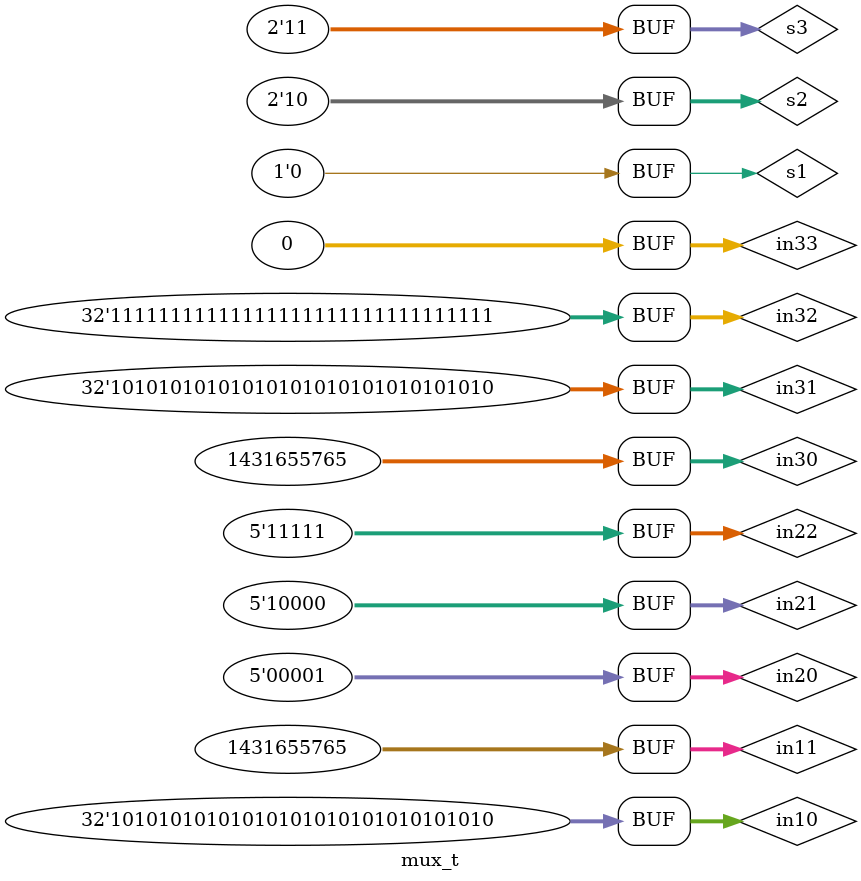
<source format=v>
module mux_t();
    parameter delay = 5;
    parameter width1 = 32;
    parameter width2 = 5;
    parameter width3 = 32;
    reg[width1 - 1: 0] in10;
    reg[width1 - 1: 0] in11;
    reg[width2 - 1: 0] in20;
    reg[width2 - 1: 0] in21;
    reg[width2 - 1: 0] in22;
    reg[width3 - 1: 0] in30;
    reg[width3 - 1: 0] in31;
    reg[width3 - 1: 0] in32;
    reg[width3 - 1: 0] in33;
    reg s1;
    reg[1: 0] s2;
    reg[1: 0] s3;
    wire[width1 - 1: 0] out1;
    wire[width2 - 1: 0] out2;
    wire[width3 - 1: 0] out3;
    mux2 #(width1) m1(.select(s1), .in0(in10), .in1(in11), .out(out1));
    mux3 #(width2) m2(.select(s2), .in0(in20), .in1(in21), .in2(in22), .out(out2));
    mux4 #(width3) m3(.select(s3), .in0(in30), .in1(in31), .in2(in32), .in3(in33), .out(out3));
    initial
    begin
        #delay
        s1 <= 1'b0; in10 <= 32'h55555555; in11 <= 32'haaaaaaaa;
        s2 <= 2'b00; in20 <= 5'b00001; in21 <= 5'b10000; in22 = 5'b11111;
        s3 <= 2'b00; in30 <= 32'h55555555; in31 <= 32'haaaaaaaa; in32 <= 32'hffffffff; in33 <= 32'h00000000;
        #delay
        s1 <= 1'b1; s2 <= 2'b01; s3 <= 2'b01;
        #delay
        s1 <= 1'b0; in11 <= 32'h55555555; in10 <= 32'haaaaaaaa; s2 <= 2'b10; s3 <= 2'b10; 
        #delay
        s3 <= 2'b11;
        
    end
    


endmodule
</source>
